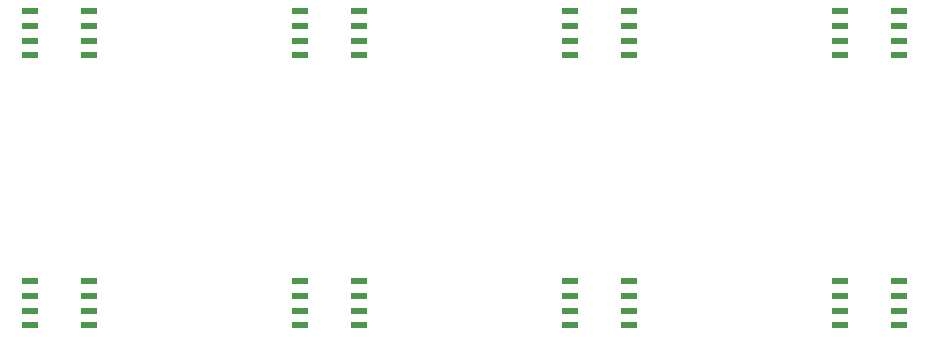
<source format=gbr>
G04 #@! TF.GenerationSoftware,KiCad,Pcbnew,(5.1.4)-1*
G04 #@! TF.CreationDate,2020-02-01T11:21:23-05:00*
G04 #@! TF.ProjectId,bob_ws2811_driver,626f625f-7773-4323-9831-315f64726976,rev?*
G04 #@! TF.SameCoordinates,Original*
G04 #@! TF.FileFunction,Paste,Top*
G04 #@! TF.FilePolarity,Positive*
%FSLAX46Y46*%
G04 Gerber Fmt 4.6, Leading zero omitted, Abs format (unit mm)*
G04 Created by KiCad (PCBNEW (5.1.4)-1) date 2020-02-01 11:21:23*
%MOMM*%
%LPD*%
G04 APERTURE LIST*
%ADD10R,1.400000X0.600000*%
G04 APERTURE END LIST*
D10*
X109387000Y-63149000D03*
X109387000Y-64399000D03*
X109387000Y-65649000D03*
X109387000Y-66899000D03*
X114387000Y-66899000D03*
X114387000Y-65649000D03*
X114387000Y-64399000D03*
X114387000Y-63149000D03*
X137247000Y-63149000D03*
X137247000Y-64399000D03*
X137247000Y-65649000D03*
X137247000Y-66899000D03*
X132247000Y-66899000D03*
X132247000Y-65649000D03*
X132247000Y-64399000D03*
X132247000Y-63149000D03*
X155107000Y-63149000D03*
X155107000Y-64399000D03*
X155107000Y-65649000D03*
X155107000Y-66899000D03*
X160107000Y-66899000D03*
X160107000Y-65649000D03*
X160107000Y-64399000D03*
X160107000Y-63149000D03*
X182967000Y-63149000D03*
X182967000Y-64399000D03*
X182967000Y-65649000D03*
X182967000Y-66899000D03*
X177967000Y-66899000D03*
X177967000Y-65649000D03*
X177967000Y-64399000D03*
X177967000Y-63149000D03*
X177967000Y-40289000D03*
X177967000Y-41539000D03*
X177967000Y-42789000D03*
X177967000Y-44039000D03*
X182967000Y-44039000D03*
X182967000Y-42789000D03*
X182967000Y-41539000D03*
X182967000Y-40289000D03*
X160107000Y-40289000D03*
X160107000Y-41539000D03*
X160107000Y-42789000D03*
X160107000Y-44039000D03*
X155107000Y-44039000D03*
X155107000Y-42789000D03*
X155107000Y-41539000D03*
X155107000Y-40289000D03*
X132247000Y-40289000D03*
X132247000Y-41539000D03*
X132247000Y-42789000D03*
X132247000Y-44039000D03*
X137247000Y-44039000D03*
X137247000Y-42789000D03*
X137247000Y-41539000D03*
X137247000Y-40289000D03*
X114387000Y-40289000D03*
X114387000Y-41539000D03*
X114387000Y-42789000D03*
X114387000Y-44039000D03*
X109387000Y-44039000D03*
X109387000Y-42789000D03*
X109387000Y-41539000D03*
X109387000Y-40289000D03*
M02*

</source>
